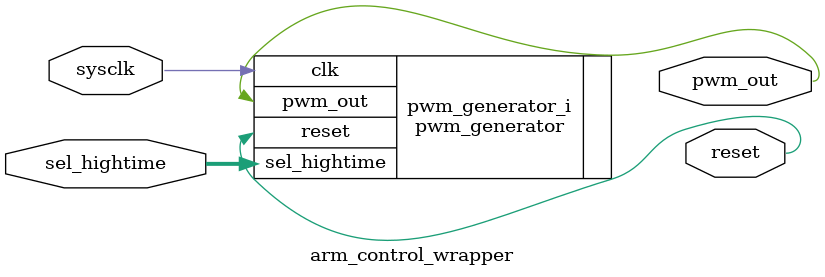
<source format=v>
`timescale 1 ps / 1 ps

module arm_control_wrapper
   (sel_hightime,
    pwm_out,
    sysclk,
    reset);

  input [1:0] sel_hightime;
  output pwm_out;
  input sysclk;
  output reset;

  wire [1:0] sel_hightime;
  wire pwm_out;
  wire sysclk;
  wire reset;
  
  pwm_generator pwm_generator_i
       (.sel_hightime(sel_hightime),
        .pwm_out(pwm_out),
        .clk(sysclk),
        .reset(reset));
         
endmodule

</source>
